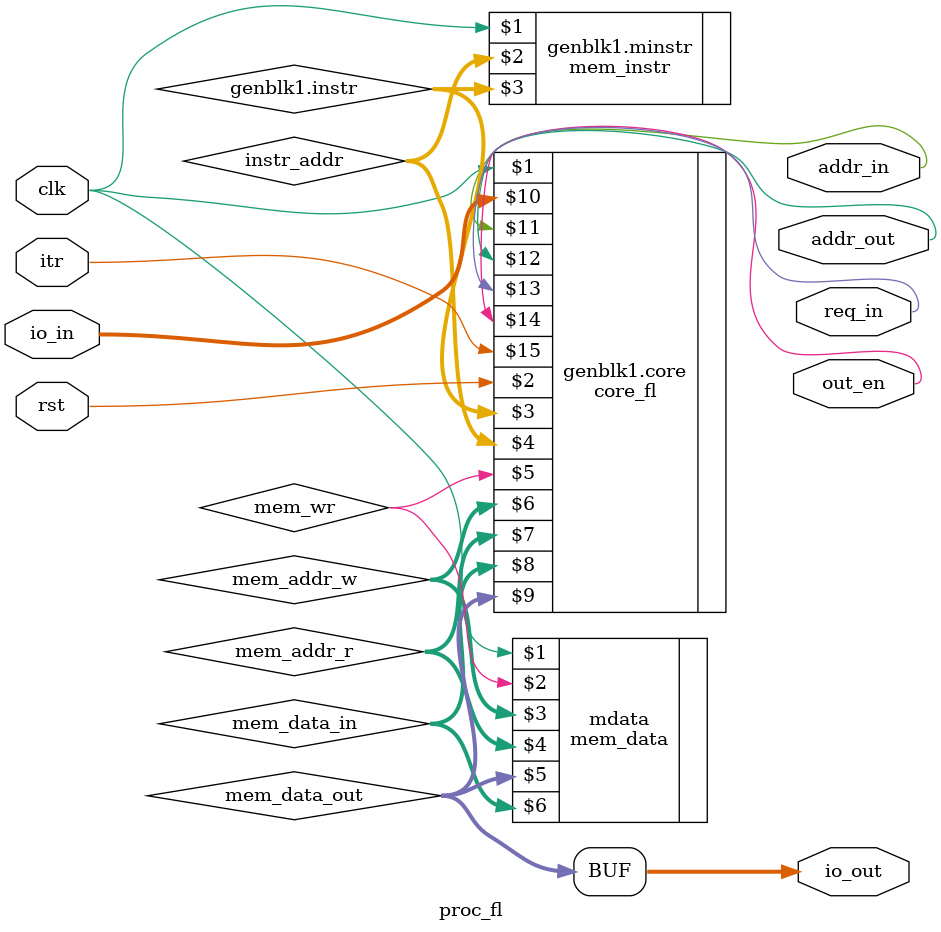
<source format=v>
module proc_fl
#(
	// -------------------------------------------------------------------------
	// Parametros de configuracao geral ----------------------------------------
	// -------------------------------------------------------------------------

	// Memorias
	parameter IFILE = "inst.mif",       // Arquivo contendo o programa a ser executado
	parameter DFILE = "data.mif",       // Arquivo com conteudo da memoria de dados

	// Fluxo de dados
	parameter NBMANT = 16,              // Tamanho da Mantissa
	parameter NBEXPO =  6,              // Tamamho do Expoente
	parameter MDATAS = 64,              // Tamanho da memoria de dados
	parameter MINSTS = 64,              // Tamanho da memoria de intrucoes
	parameter SDEPTH =  8,              // Tamanho da pilha   de instrucao

	// Entrada e Saida
	parameter NUIOIN =  2,              // Numero de enderecos de entrada
	parameter NUIOOU =  2,              // Numero de enderecos de saida

	// Constantes internas
	parameter FFTSIZ =  3,              // Tamanho  da FFT na inversao de bits
	parameter ITRADD =  0,              // Endereco da interrupcao

	// -------------------------------------------------------------------------
	// Parametros para alocacao dinamica de recursos ---------------------------
	// -------------------------------------------------------------------------

	// Implementa pilha de subrotinas
	parameter CAL   =   0,

	// Implementa enderecamento indireto
	parameter SRF   =   0,
	parameter LDI   =   0,

	// Implementa inversao de bits na indexacao
	parameter FFT   =   0,

	// ULA - Operadores aritmeticos
	parameter ADD   =   0,
	parameter MLT   =   0,
	parameter DIV   =   0,
	parameter MOD   =   0,              // Resto da divisao
	parameter ABS   =   0,              // Valor absoluto do acumulador
	parameter NRM   =   0,              // Divide pela constante NUGAIN (ex: x = /> y + z;);
	parameter PST   =   0,              // Zera se for negativo
	parameter SGN   =   0,              // Copia sinal de uma variavel na outra
	parameter NEG   =   0,              // complemento a 2

	// ULA - Opeardores logicos bitwise
	parameter OR    =   0,
	parameter AND   =   0,
	parameter INV   =   0,
	parameter XOR   =   0,

	// ULA - Operadores de deslocamento de bit
	parameter SHR   =   0,
	parameter SHL   =   0,
	parameter SRS   =   0,              // Mantem o sinal em complemento a 2

	// ULA - Operadores logicos que resultam em 1 bit
	parameter LOR   =   0,
	parameter LAN   =   0,
	parameter LIN   =   0,
	parameter GRE   =   0,
	parameter LES   =   0,
	parameter EQU   =   0,

	// -------------------------------------------------------------------------
	// Parametros internos -----------------------------------------------------
	// -------------------------------------------------------------------------

	parameter NBOPCO =  6,               // Numero de bits de opcode (mudar o comp. assembler de acordo, em eval.c)
	parameter MDATAW =  $clog2(MDATAS),  // Numero de bits de endereco da memoria de dados
	parameter MINSTW =  $clog2(MINSTS)   // Numero de bits de endereco da memoria de instrucao
)
(
	input                              clk, rst,

	input         [NBMANT+NBEXPO   :0] io_in,
	output        [NBMANT+NBEXPO   :0] io_out,
	output        [$clog2(NUIOIN)-1:0] addr_in,
	output        [$clog2(NUIOOU)-1:0] addr_out,

	output                             req_in, out_en,

	input                              itr
);

// Processador e Mem de instrucao ---------------------------------------------

wire        [MINSTW-1     :0] instr_addr;
wire                          mem_wr;
wire        [MDATAW-1     :0] mem_addr_w, mem_addr_r;
wire signed [NBMANT+NBEXPO:0] mem_data_in;
wire signed [NBMANT+NBEXPO:0] mem_data_out;

assign io_out = mem_data_out;

generate

if (MDATAW > MINSTW) begin

wire [NBOPCO+MDATAW-1:0] instr;

core_fl #(.NBMANT(NBMANT),
          .NBEXPO(NBEXPO),
          .NBOPCO(NBOPCO),
          .MDATAW(MDATAW),
          .MINSTW(MINSTW),
          .SDEPTH(SDEPTH),
          .NBOPER(MDATAW),
          .MDATAS(MDATAS),
          .NUIOIN(NUIOIN),
          .NUIOOU(NUIOOU),
          .FFTSIZ(FFTSIZ),
          .ITRADD(ITRADD),
          .DIV   (DIV   ),
          .OR    (OR    ),
          .LOR   (LOR   ),
          .GRE   (GRE   ),
          .MOD   (MOD   ),
          .ADD   (ADD   ),
          .NEG   (NEG   ),
          .MLT   (MLT   ),
          .CAL   (CAL   ),
          .SRF   (SRF   ),
          .LDI   (LDI   ),
          .FFT   (FFT   ),
          .LES   (LES   ),
          .EQU   (EQU   ),
          .AND   (AND   ),
          .LAN   (LAN   ),
          .INV   (INV   ),
          .LIN   (LIN   ),
          .SHR   (SHR   ),
          .XOR   (XOR   ),
          .SHL   (SHL   ),
          .SRS   (SRS   ),
          .NRM   (NRM   ),
          .ABS   (ABS   ),
          .PST   (PST   ),
          .SGN   (SGN   )) core(clk, rst,
                                instr, instr_addr,
                                mem_wr, mem_addr_w, mem_addr_r, mem_data_in, mem_data_out,
                                io_in, addr_in, addr_out, req_in, out_en, itr);

mem_instr # (.NADDRE(MINSTS       ),
             .NBDATA(NBOPCO+MDATAW),
             .FNAME (IFILE        )) minstr(clk, instr_addr, instr);

end else begin

wire [NBOPCO+MINSTW-1:0] instr;

core_fl #(.NBMANT(NBMANT),
          .NBEXPO(NBEXPO),
          .NBOPCO(NBOPCO),
          .MDATAW(MDATAW),
          .MINSTW(MINSTW),
          .SDEPTH(SDEPTH),
          .NBOPER(MINSTW),
          .MDATAS(MDATAS),
          .NUIOIN(NUIOIN),
          .NUIOOU(NUIOOU),
          .FFTSIZ(FFTSIZ),
          .ITRADD(ITRADD),
          .DIV   (DIV   ),
          .OR    (OR    ),
          .LOR   (LOR   ),
          .GRE   (GRE   ),
          .MOD   (MOD   ),
          .ADD   (ADD   ),
          .NEG   (NEG   ),
          .MLT   (MLT   ),
          .CAL   (CAL   ),
          .SRF   (SRF   ),
          .LDI   (LDI   ),
          .FFT   (FFT   ),
          .LES   (LES   ),
          .EQU   (EQU   ),
          .AND   (AND   ),
          .LAN   (LAN   ),
          .INV   (INV   ),
          .LIN   (LIN   ),
          .SHR   (SHR   ),
          .XOR   (XOR   ),
          .SHL   (SHL   ),
          .SRS   (SRS   ),
          .NRM   (NRM   ),
          .ABS   (ABS   ),
          .PST   (PST   ),
          .SGN   (SGN   )) core(clk, rst,
                                instr, instr_addr,
                                mem_wr, mem_addr_w, mem_addr_r, mem_data_in, mem_data_out,
                                io_in, addr_in, addr_out, req_in, out_en, itr);

mem_instr # (.NADDRE(MINSTS       ),
             .NBDATA(NBOPCO+MINSTW),
             .FNAME (IFILE        )) minstr(clk, instr_addr, instr);

end

endgenerate

// Memoria de dados -----------------------------------------------------------

mem_data # (.NADDRE(MDATAS),
            .NBDATA(NBMANT+NBEXPO+1),
            .FNAME(DFILE)) mdata(clk, mem_wr, mem_addr_w, mem_addr_r, mem_data_out, mem_data_in);

endmodule 
</source>
